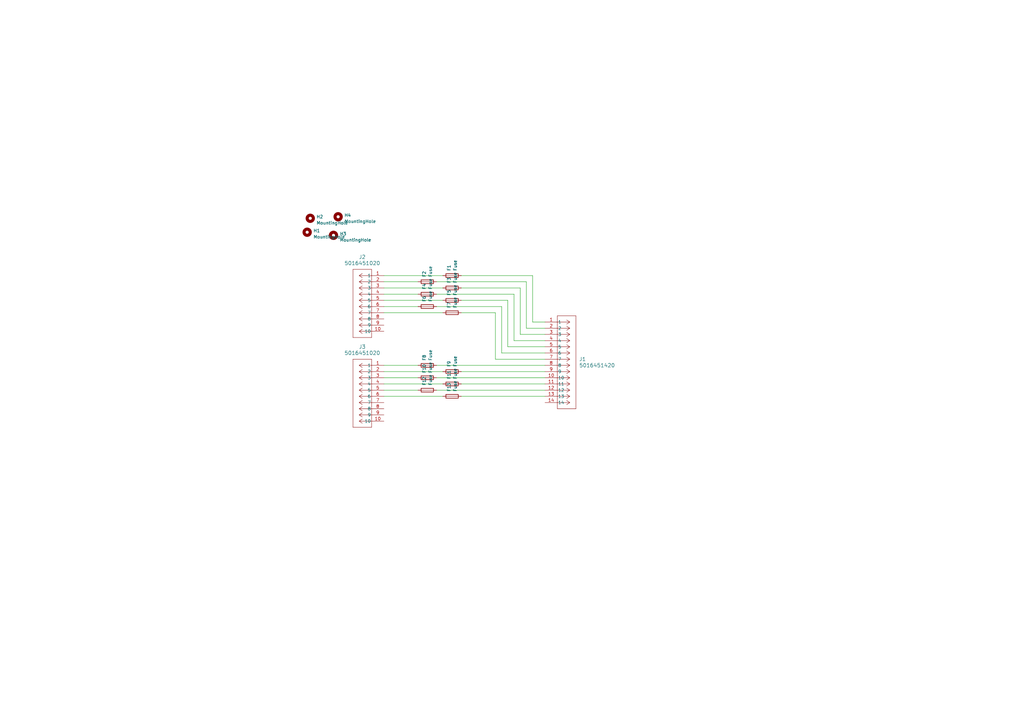
<source format=kicad_sch>
(kicad_sch (version 20250114) (generator "eeschema") (generator_version "9.0")
  (paper "A3")
  (title_block (title "Cell Tap Fuses PCB") (date "2023-03-23") (rev "0") (company "USC Formula Electric"))
  (lib_symbols
    (symbol "Device:Fuse" (pin_numbers (hide yes)) (pin_names (offset 0))
      (property "Reference" "F" (at 2.032 0 90))
      (property "Value" "Fuse" (at -1.905 0 90))
      (symbol "Fuse_0_1"
        (rectangle (start -0.762 -2.54) (end 0.762 2.54) (stroke (width 0.254)))
        (polyline (pts (xy 0 2.54) (xy 0 -2.54)))
      )
      (symbol "Fuse_1_1"
        (pin passive line (at 0 3.81 270) (length 1.27) (name "~") (number "1"))
        (pin passive line (at 0 -3.81 90) (length 1.27) (name "~") (number "2"))
      )
    )
    (symbol "Mechanical:MountingHole" (pin_names (offset 1.016))
      (property "Reference" "H" (at 0 5.08 0))
      (property "Value" "MountingHole" (at 0 3.175 0))
      (symbol "MountingHole_0_1"
        (circle (center 0 0) (radius 1.27) (stroke (width 1.27)))
      )
    )
    (symbol "iGrid_10pos:5016451020" (pin_names (offset 0.254))
      (property "Reference" "J" (at 8.89 6.35 0))
      (property "Value" "5016451020" (at 0 0 0))
      (symbol "5016451020_1_1"
        (polyline (pts (xy 5.08 2.54) (xy 5.08 -25.4)))
        (polyline (pts (xy 5.08 -25.4) (xy 12.7 -25.4)))
        (polyline (pts (xy 10.16 0) (xy 5.08 0)))
        (polyline (pts (xy 10.16 0) (xy 8.89 0.8467)))
        (polyline (pts (xy 10.16 0) (xy 8.89 -0.8467)))
        (polyline (pts (xy 10.16 -2.54) (xy 5.08 -2.54)))
        (polyline (pts (xy 10.16 -2.54) (xy 8.89 -1.6933)))
        (polyline (pts (xy 10.16 -2.54) (xy 8.89 -3.3867)))
        (polyline (pts (xy 10.16 -5.08) (xy 5.08 -5.08)))
        (polyline (pts (xy 10.16 -5.08) (xy 8.89 -4.2333)))
        (polyline (pts (xy 10.16 -5.08) (xy 8.89 -5.9267)))
        (polyline (pts (xy 10.16 -7.62) (xy 5.08 -7.62)))
        (polyline (pts (xy 10.16 -7.62) (xy 8.89 -6.7733)))
        (polyline (pts (xy 10.16 -7.62) (xy 8.89 -8.4667)))
        (polyline (pts (xy 10.16 -10.16) (xy 5.08 -10.16)))
        (polyline (pts (xy 10.16 -10.16) (xy 8.89 -9.3133)))
        (polyline (pts (xy 10.16 -10.16) (xy 8.89 -11.0067)))
        (polyline (pts (xy 10.16 -12.7) (xy 5.08 -12.7)))
        (polyline (pts (xy 10.16 -12.7) (xy 8.89 -11.8533)))
        (polyline (pts (xy 10.16 -12.7) (xy 8.89 -13.5467)))
        (polyline (pts (xy 10.16 -15.24) (xy 5.08 -15.24)))
        (polyline (pts (xy 10.16 -15.24) (xy 8.89 -14.3933)))
        (polyline (pts (xy 10.16 -15.24) (xy 8.89 -16.0867)))
        (polyline (pts (xy 10.16 -17.78) (xy 5.08 -17.78)))
        (polyline (pts (xy 10.16 -17.78) (xy 8.89 -16.9333)))
        (polyline (pts (xy 10.16 -17.78) (xy 8.89 -18.6267)))
        (polyline (pts (xy 10.16 -20.32) (xy 5.08 -20.32)))
        (polyline (pts (xy 10.16 -20.32) (xy 8.89 -19.4733)))
        (polyline (pts (xy 10.16 -20.32) (xy 8.89 -21.1667)))
        (polyline (pts (xy 10.16 -22.86) (xy 5.08 -22.86)))
        (polyline (pts (xy 10.16 -22.86) (xy 8.89 -22.0133)))
        (polyline (pts (xy 10.16 -22.86) (xy 8.89 -23.7067)))
        (polyline (pts (xy 12.7 2.54) (xy 5.08 2.54)))
        (polyline (pts (xy 12.7 -25.4) (xy 12.7 2.54)))
        (pin unspecified line (at 0 0 0) (length 5.08) (name "1") (number "1"))
        (pin unspecified line (at 0 -2.54 0) (length 5.08) (name "2") (number "2"))
        (pin unspecified line (at 0 -5.08 0) (length 5.08) (name "3") (number "3"))
        (pin unspecified line (at 0 -7.62 0) (length 5.08) (name "4") (number "4"))
        (pin unspecified line (at 0 -10.16 0) (length 5.08) (name "5") (number "5"))
        (pin unspecified line (at 0 -12.7 0) (length 5.08) (name "6") (number "6"))
        (pin unspecified line (at 0 -15.24 0) (length 5.08) (name "7") (number "7"))
        (pin unspecified line (at 0 -17.78 0) (length 5.08) (name "8") (number "8"))
        (pin unspecified line (at 0 -20.32 0) (length 5.08) (name "9") (number "9"))
        (pin unspecified line (at 0 -22.86 0) (length 5.08) (name "10") (number "10"))
      )
      (symbol "5016451020_1_2"
        (polyline (pts (xy 5.08 2.54) (xy 5.08 -25.4)))
        (polyline (pts (xy 5.08 -25.4) (xy 12.7 -25.4)))
        (polyline (pts (xy 7.62 0) (xy 5.08 0)))
        (polyline (pts (xy 7.62 0) (xy 8.89 0.8467)))
        (polyline (pts (xy 7.62 0) (xy 8.89 -0.8467)))
        (polyline (pts (xy 7.62 -2.54) (xy 5.08 -2.54)))
        (polyline (pts (xy 7.62 -2.54) (xy 8.89 -1.6933)))
        (polyline (pts (xy 7.62 -2.54) (xy 8.89 -3.3867)))
        (polyline (pts (xy 7.62 -5.08) (xy 5.08 -5.08)))
        (polyline (pts (xy 7.62 -5.08) (xy 8.89 -4.2333)))
        (polyline (pts (xy 7.62 -5.08) (xy 8.89 -5.9267)))
        (polyline (pts (xy 7.62 -7.62) (xy 5.08 -7.62)))
        (polyline (pts (xy 7.62 -7.62) (xy 8.89 -6.7733)))
        (polyline (pts (xy 7.62 -7.62) (xy 8.89 -8.4667)))
        (polyline (pts (xy 7.62 -10.16) (xy 5.08 -10.16)))
        (polyline (pts (xy 7.62 -10.16) (xy 8.89 -9.3133)))
        (polyline (pts (xy 7.62 -10.16) (xy 8.89 -11.0067)))
        (polyline (pts (xy 7.62 -12.7) (xy 5.08 -12.7)))
        (polyline (pts (xy 7.62 -12.7) (xy 8.89 -11.8533)))
        (polyline (pts (xy 7.62 -12.7) (xy 8.89 -13.5467)))
        (polyline (pts (xy 7.62 -15.24) (xy 5.08 -15.24)))
        (polyline (pts (xy 7.62 -15.24) (xy 8.89 -14.3933)))
        (polyline (pts (xy 7.62 -15.24) (xy 8.89 -16.0867)))
        (polyline (pts (xy 7.62 -17.78) (xy 5.08 -17.78)))
        (polyline (pts (xy 7.62 -17.78) (xy 8.89 -16.9333)))
        (polyline (pts (xy 7.62 -17.78) (xy 8.89 -18.6267)))
        (polyline (pts (xy 7.62 -20.32) (xy 5.08 -20.32)))
        (polyline (pts (xy 7.62 -20.32) (xy 8.89 -19.4733)))
        (polyline (pts (xy 7.62 -20.32) (xy 8.89 -21.1667)))
        (polyline (pts (xy 7.62 -22.86) (xy 5.08 -22.86)))
        (polyline (pts (xy 7.62 -22.86) (xy 8.89 -22.0133)))
        (polyline (pts (xy 7.62 -22.86) (xy 8.89 -23.7067)))
        (polyline (pts (xy 12.7 2.54) (xy 5.08 2.54)))
        (polyline (pts (xy 12.7 -25.4) (xy 12.7 2.54)))
        (pin unspecified line (at 0 0 0) (length 5.08) (name "1") (number "1"))
        (pin unspecified line (at 0 -2.54 0) (length 5.08) (name "2") (number "2"))
        (pin unspecified line (at 0 -5.08 0) (length 5.08) (name "3") (number "3"))
        (pin unspecified line (at 0 -7.62 0) (length 5.08) (name "4") (number "4"))
        (pin unspecified line (at 0 -10.16 0) (length 5.08) (name "5") (number "5"))
        (pin unspecified line (at 0 -12.7 0) (length 5.08) (name "6") (number "6"))
        (pin unspecified line (at 0 -15.24 0) (length 5.08) (name "7") (number "7"))
        (pin unspecified line (at 0 -17.78 0) (length 5.08) (name "8") (number "8"))
        (pin unspecified line (at 0 -20.32 0) (length 5.08) (name "9") (number "9"))
        (pin unspecified line (at 0 -22.86 0) (length 5.08) (name "10") (number "10"))
      )
    )
    (symbol "iGrid_14pos:5016451420" (pin_names (offset 0.254))
      (property "Reference" "J" (at 8.89 6.35 0))
      (property "Value" "5016451420" (at 0 0 0))
      (symbol "5016451420_1_1"
        (polyline (pts (xy 5.08 2.54) (xy 5.08 -35.56)))
        (polyline (pts (xy 5.08 -35.56) (xy 12.7 -35.56)))
        (polyline (pts (xy 10.16 0) (xy 5.08 0)))
        (polyline (pts (xy 10.16 0) (xy 8.89 0.8467)))
        (polyline (pts (xy 10.16 0) (xy 8.89 -0.8467)))
        (polyline (pts (xy 10.16 -2.54) (xy 5.08 -2.54)))
        (polyline (pts (xy 10.16 -2.54) (xy 8.89 -1.6933)))
        (polyline (pts (xy 10.16 -2.54) (xy 8.89 -3.3867)))
        (polyline (pts (xy 10.16 -5.08) (xy 5.08 -5.08)))
        (polyline (pts (xy 10.16 -5.08) (xy 8.89 -4.2333)))
        (polyline (pts (xy 10.16 -5.08) (xy 8.89 -5.9267)))
        (polyline (pts (xy 10.16 -7.62) (xy 5.08 -7.62)))
        (polyline (pts (xy 10.16 -7.62) (xy 8.89 -6.7733)))
        (polyline (pts (xy 10.16 -7.62) (xy 8.89 -8.4667)))
        (polyline (pts (xy 10.16 -10.16) (xy 5.08 -10.16)))
        (polyline (pts (xy 10.16 -10.16) (xy 8.89 -9.3133)))
        (polyline (pts (xy 10.16 -10.16) (xy 8.89 -11.0067)))
        (polyline (pts (xy 10.16 -12.7) (xy 5.08 -12.7)))
        (polyline (pts (xy 10.16 -12.7) (xy 8.89 -11.8533)))
        (polyline (pts (xy 10.16 -12.7) (xy 8.89 -13.5467)))
        (polyline (pts (xy 10.16 -15.24) (xy 5.08 -15.24)))
        (polyline (pts (xy 10.16 -15.24) (xy 8.89 -14.3933)))
        (polyline (pts (xy 10.16 -15.24) (xy 8.89 -16.0867)))
        (polyline (pts (xy 10.16 -17.78) (xy 5.08 -17.78)))
        (polyline (pts (xy 10.16 -17.78) (xy 8.89 -16.9333)))
        (polyline (pts (xy 10.16 -17.78) (xy 8.89 -18.6267)))
        (polyline (pts (xy 10.16 -20.32) (xy 5.08 -20.32)))
        (polyline (pts (xy 10.16 -20.32) (xy 8.89 -19.4733)))
        (polyline (pts (xy 10.16 -20.32) (xy 8.89 -21.1667)))
        (polyline (pts (xy 10.16 -22.86) (xy 5.08 -22.86)))
        (polyline (pts (xy 10.16 -22.86) (xy 8.89 -22.0133)))
        (polyline (pts (xy 10.16 -22.86) (xy 8.89 -23.7067)))
        (polyline (pts (xy 10.16 -25.4) (xy 5.08 -25.4)))
        (polyline (pts (xy 10.16 -25.4) (xy 8.89 -24.5533)))
        (polyline (pts (xy 10.16 -25.4) (xy 8.89 -26.2467)))
        (polyline (pts (xy 10.16 -27.94) (xy 5.08 -27.94)))
        (polyline (pts (xy 10.16 -27.94) (xy 8.89 -27.0933)))
        (polyline (pts (xy 10.16 -27.94) (xy 8.89 -28.7867)))
        (polyline (pts (xy 10.16 -30.48) (xy 5.08 -30.48)))
        (polyline (pts (xy 10.16 -30.48) (xy 8.89 -29.6333)))
        (polyline (pts (xy 10.16 -30.48) (xy 8.89 -31.3267)))
        (polyline (pts (xy 10.16 -33.02) (xy 5.08 -33.02)))
        (polyline (pts (xy 10.16 -33.02) (xy 8.89 -32.1733)))
        (polyline (pts (xy 10.16 -33.02) (xy 8.89 -33.8667)))
        (polyline (pts (xy 12.7 2.54) (xy 5.08 2.54)))
        (polyline (pts (xy 12.7 -35.56) (xy 12.7 2.54)))
        (pin unspecified line (at 0 0 0) (length 5.08) (name "1") (number "1"))
        (pin unspecified line (at 0 -2.54 0) (length 5.08) (name "2") (number "2"))
        (pin unspecified line (at 0 -5.08 0) (length 5.08) (name "3") (number "3"))
        (pin unspecified line (at 0 -7.62 0) (length 5.08) (name "4") (number "4"))
        (pin unspecified line (at 0 -10.16 0) (length 5.08) (name "5") (number "5"))
        (pin unspecified line (at 0 -12.7 0) (length 5.08) (name "6") (number "6"))
        (pin unspecified line (at 0 -15.24 0) (length 5.08) (name "7") (number "7"))
        (pin unspecified line (at 0 -17.78 0) (length 5.08) (name "8") (number "8"))
        (pin unspecified line (at 0 -20.32 0) (length 5.08) (name "9") (number "9"))
        (pin unspecified line (at 0 -22.86 0) (length 5.08) (name "10") (number "10"))
        (pin unspecified line (at 0 -25.4 0) (length 5.08) (name "11") (number "11"))
        (pin unspecified line (at 0 -27.94 0) (length 5.08) (name "12") (number "12"))
        (pin unspecified line (at 0 -30.48 0) (length 5.08) (name "13") (number "13"))
        (pin unspecified line (at 0 -33.02 0) (length 5.08) (name "14") (number "14"))
      )
      (symbol "5016451420_1_2"
        (polyline (pts (xy 5.08 2.54) (xy 5.08 -35.56)))
        (polyline (pts (xy 5.08 -35.56) (xy 12.7 -35.56)))
        (polyline (pts (xy 7.62 0) (xy 5.08 0)))
        (polyline (pts (xy 7.62 0) (xy 8.89 0.8467)))
        (polyline (pts (xy 7.62 0) (xy 8.89 -0.8467)))
        (polyline (pts (xy 7.62 -2.54) (xy 5.08 -2.54)))
        (polyline (pts (xy 7.62 -2.54) (xy 8.89 -1.6933)))
        (polyline (pts (xy 7.62 -2.54) (xy 8.89 -3.3867)))
        (polyline (pts (xy 7.62 -5.08) (xy 5.08 -5.08)))
        (polyline (pts (xy 7.62 -5.08) (xy 8.89 -4.2333)))
        (polyline (pts (xy 7.62 -5.08) (xy 8.89 -5.9267)))
        (polyline (pts (xy 7.62 -7.62) (xy 5.08 -7.62)))
        (polyline (pts (xy 7.62 -7.62) (xy 8.89 -6.7733)))
        (polyline (pts (xy 7.62 -7.62) (xy 8.89 -8.4667)))
        (polyline (pts (xy 7.62 -10.16) (xy 5.08 -10.16)))
        (polyline (pts (xy 7.62 -10.16) (xy 8.89 -9.3133)))
        (polyline (pts (xy 7.62 -10.16) (xy 8.89 -11.0067)))
        (polyline (pts (xy 7.62 -12.7) (xy 5.08 -12.7)))
        (polyline (pts (xy 7.62 -12.7) (xy 8.89 -11.8533)))
        (polyline (pts (xy 7.62 -12.7) (xy 8.89 -13.5467)))
        (polyline (pts (xy 7.62 -15.24) (xy 5.08 -15.24)))
        (polyline (pts (xy 7.62 -15.24) (xy 8.89 -14.3933)))
        (polyline (pts (xy 7.62 -15.24) (xy 8.89 -16.0867)))
        (polyline (pts (xy 7.62 -17.78) (xy 5.08 -17.78)))
        (polyline (pts (xy 7.62 -17.78) (xy 8.89 -16.9333)))
        (polyline (pts (xy 7.62 -17.78) (xy 8.89 -18.6267)))
        (polyline (pts (xy 7.62 -20.32) (xy 5.08 -20.32)))
        (polyline (pts (xy 7.62 -20.32) (xy 8.89 -19.4733)))
        (polyline (pts (xy 7.62 -20.32) (xy 8.89 -21.1667)))
        (polyline (pts (xy 7.62 -22.86) (xy 5.08 -22.86)))
        (polyline (pts (xy 7.62 -22.86) (xy 8.89 -22.0133)))
        (polyline (pts (xy 7.62 -22.86) (xy 8.89 -23.7067)))
        (polyline (pts (xy 7.62 -25.4) (xy 5.08 -25.4)))
        (polyline (pts (xy 7.62 -25.4) (xy 8.89 -24.5533)))
        (polyline (pts (xy 7.62 -25.4) (xy 8.89 -26.2467)))
        (polyline (pts (xy 7.62 -27.94) (xy 5.08 -27.94)))
        (polyline (pts (xy 7.62 -27.94) (xy 8.89 -27.0933)))
        (polyline (pts (xy 7.62 -27.94) (xy 8.89 -28.7867)))
        (polyline (pts (xy 7.62 -30.48) (xy 5.08 -30.48)))
        (polyline (pts (xy 7.62 -30.48) (xy 8.89 -29.6333)))
        (polyline (pts (xy 7.62 -30.48) (xy 8.89 -31.3267)))
        (polyline (pts (xy 7.62 -33.02) (xy 5.08 -33.02)))
        (polyline (pts (xy 7.62 -33.02) (xy 8.89 -32.1733)))
        (polyline (pts (xy 7.62 -33.02) (xy 8.89 -33.8667)))
        (polyline (pts (xy 12.7 2.54) (xy 5.08 2.54)))
        (polyline (pts (xy 12.7 -35.56) (xy 12.7 2.54)))
        (pin unspecified line (at 0 0 0) (length 5.08) (name "1") (number "1"))
        (pin unspecified line (at 0 -2.54 0) (length 5.08) (name "2") (number "2"))
        (pin unspecified line (at 0 -5.08 0) (length 5.08) (name "3") (number "3"))
        (pin unspecified line (at 0 -7.62 0) (length 5.08) (name "4") (number "4"))
        (pin unspecified line (at 0 -10.16 0) (length 5.08) (name "5") (number "5"))
        (pin unspecified line (at 0 -12.7 0) (length 5.08) (name "6") (number "6"))
        (pin unspecified line (at 0 -15.24 0) (length 5.08) (name "7") (number "7"))
        (pin unspecified line (at 0 -17.78 0) (length 5.08) (name "8") (number "8"))
        (pin unspecified line (at 0 -20.32 0) (length 5.08) (name "9") (number "9"))
        (pin unspecified line (at 0 -22.86 0) (length 5.08) (name "10") (number "10"))
        (pin unspecified line (at 0 -25.4 0) (length 5.08) (name "11") (number "11"))
        (pin unspecified line (at 0 -27.94 0) (length 5.08) (name "12") (number "12"))
        (pin unspecified line (at 0 -30.48 0) (length 5.08) (name "13") (number "13"))
        (pin unspecified line (at 0 -33.02 0) (length 5.08) (name "14") (number "14"))
      )
    )
  )
  (wire (pts (xy 157.48 128.27) (xy 181.61 128.27)))
  (wire (pts (xy 157.48 115.57) (xy 171.45 115.57)))
  (wire (pts (xy 157.48 160.02) (xy 171.45 160.02)))
  (wire (pts (xy 189.23 113.03) (xy 218.44 113.03)))
  (wire (pts (xy 157.48 152.4) (xy 181.61 152.4)))
  (wire (pts (xy 223.52 132.08) (xy 218.44 132.08)))
  (wire (pts (xy 210.82 120.65) (xy 210.82 139.7)))
  (wire (pts (xy 189.23 118.11) (xy 213.36 118.11)))
  (wire (pts (xy 189.23 123.19) (xy 208.28 123.19)))
  (wire (pts (xy 179.07 120.65) (xy 210.82 120.65)))
  (wire (pts (xy 215.9 115.57) (xy 215.9 134.62)))
  (wire (pts (xy 205.74 144.78) (xy 205.74 125.73)))
  (wire (pts (xy 218.44 132.08) (xy 218.44 113.03)))
  (wire (pts (xy 157.48 118.11) (xy 181.61 118.11)))
  (wire (pts (xy 203.2 128.27) (xy 203.2 147.32)))
  (wire (pts (xy 223.52 144.78) (xy 205.74 144.78)))
  (wire (pts (xy 215.9 134.62) (xy 223.52 134.62)))
  (wire (pts (xy 157.48 123.19) (xy 181.61 123.19)))
  (wire (pts (xy 157.48 149.86) (xy 171.45 149.86)))
  (wire (pts (xy 157.48 125.73) (xy 171.45 125.73)))
  (wire (pts (xy 179.07 125.73) (xy 205.74 125.73)))
  (wire (pts (xy 189.23 152.4) (xy 223.52 152.4)))
  (wire (pts (xy 157.48 154.94) (xy 171.45 154.94)))
  (wire (pts (xy 223.52 137.16) (xy 213.36 137.16)))
  (wire (pts (xy 203.2 147.32) (xy 223.52 147.32)))
  (wire (pts (xy 213.36 137.16) (xy 213.36 118.11)))
  (wire (pts (xy 179.07 154.94) (xy 223.52 154.94)))
  (wire (pts (xy 210.82 139.7) (xy 223.52 139.7)))
  (wire (pts (xy 157.48 113.03) (xy 181.61 113.03)))
  (wire (pts (xy 189.23 157.48) (xy 223.52 157.48)))
  (wire (pts (xy 157.48 120.65) (xy 171.45 120.65)))
  (wire (pts (xy 189.23 162.56) (xy 223.52 162.56)))
  (wire (pts (xy 179.07 149.86) (xy 223.52 149.86)))
  (wire (pts (xy 179.07 115.57) (xy 215.9 115.57)))
  (wire (pts (xy 179.07 160.02) (xy 223.52 160.02)))
  (wire (pts (xy 208.28 142.24) (xy 208.28 123.19)))
  (wire (pts (xy 223.52 142.24) (xy 208.28 142.24)))
  (wire (pts (xy 157.48 157.48) (xy 181.61 157.48)))
  (wire (pts (xy 157.48 162.56) (xy 181.61 162.56)))
  (wire (pts (xy 189.23 128.27) (xy 203.2 128.27)))
  (symbol (lib_id "Device:Fuse") (at 185.42 157.48 90) (unit 1)
    (property "Reference" "F11" (at 184.15 155.575 0) (effects (justify left)))
    (property "Value" "Fuse" (at 186.69 155.575 0) (effects (justify left)))
    (property "Footprint" "BK_PCS:FUSE_BK_PCS" (effects (hide yes)))
  )
  (symbol (lib_id "Device:Fuse") (at 175.26 160.02 90) (unit 1)
    (property "Reference" "F12" (at 173.99 158.115 0) (effects (justify left)))
    (property "Value" "Fuse" (at 176.53 158.115 0) (effects (justify left)))
    (property "Footprint" "BK_PCS:FUSE_BK_PCS" (effects (hide yes)))
  )
  (symbol (lib_id "Device:Fuse") (at 185.42 118.11 90) (unit 1)
    (property "Reference" "F3" (at 184.15 116.205 0) (effects (justify left)))
    (property "Value" "Fuse" (at 186.69 116.205 0) (effects (justify left)))
    (property "Footprint" "BK_PCS:FUSE_BK_PCS" (effects (hide yes)))
  )
  (symbol (lib_id "Device:Fuse") (at 175.26 125.73 90) (unit 1)
    (property "Reference" "F6" (at 173.99 123.825 0) (effects (justify left)))
    (property "Value" "Fuse" (at 176.53 123.825 0) (effects (justify left)))
    (property "Footprint" "BK_PCS:FUSE_BK_PCS" (effects (hide yes)))
  )
  (symbol (lib_id "Device:Fuse") (at 175.26 115.57 90) (unit 1)
    (property "Reference" "F2" (at 173.99 113.665 0) (effects (justify left)))
    (property "Value" "Fuse" (at 176.53 113.665 0) (effects (justify left)))
    (property "Footprint" "BK_PCS:FUSE_BK_PCS" (effects (hide yes)))
  )
  (symbol (lib_id "Device:Fuse") (at 185.42 123.19 90) (unit 1)
    (property "Reference" "F5" (at 184.15 121.285 0) (effects (justify left)))
    (property "Value" "Fuse" (at 186.69 121.285 0) (effects (justify left)))
    (property "Footprint" "BK_PCS:FUSE_BK_PCS" (effects (hide yes)))
  )
  (symbol (lib_id "Device:Fuse") (at 185.42 128.27 90) (unit 1)
    (property "Reference" "F7" (at 184.15 126.365 0) (effects (justify left)))
    (property "Value" "Fuse" (at 186.69 126.365 0) (effects (justify left)))
    (property "Footprint" "BK_PCS:FUSE_BK_PCS" (effects (hide yes)))
  )
  (symbol (lib_id "Mechanical:MountingHole") (at 138.684 88.9 0) (unit 1)
    (property "Reference" "H4" (at 141.224 88.265 0) (effects (justify left)))
    (property "Value" "MountingHole" (at 141.224 90.805 0) (effects (justify left)))
    (property "Footprint" "MountingHole:MountingHole_4.3mm_M4" (effects (hide yes)))
  )
  (symbol (lib_id "iGrid_14pos:5016451420") (at 223.52 132.08 0) (unit 1)
    (property "Reference" "J1" (at 237.49 147.3199 0) (effects (font (size 1.524 1.524)) (justify left)))
    (property "Value" "5016451420" (at 237.49 149.8599 0) (effects (font (size 1.524 1.524)) (justify left)))
    (property "Footprint" "CONN14_5016451420_MOL" (effects (hide yes)))
    (property "Datasheet" "5016451420" (effects (hide yes)))
  )
  (symbol (lib_id "Device:Fuse") (at 175.26 154.94 90) (unit 1)
    (property "Reference" "F10" (at 173.99 153.035 0) (effects (justify left)))
    (property "Value" "Fuse" (at 176.53 153.035 0) (effects (justify left)))
    (property "Footprint" "BK_PCS:FUSE_BK_PCS" (effects (hide yes)))
  )
  (symbol (lib_id "Device:Fuse") (at 185.42 162.56 90) (unit 1)
    (property "Reference" "F13" (at 184.15 160.655 0) (effects (justify left)))
    (property "Value" "Fuse" (at 186.69 160.655 0) (effects (justify left)))
    (property "Footprint" "BK_PCS:FUSE_BK_PCS" (effects (hide yes)))
  )
  (symbol (lib_id "Device:Fuse") (at 185.42 113.03 90) (unit 1)
    (property "Reference" "F1" (at 184.15 111.125 0) (effects (justify left)))
    (property "Value" "Fuse" (at 186.69 111.125 0) (effects (justify left)))
    (property "Footprint" "BK_PCS:FUSE_BK_PCS" (effects (hide yes)))
  )
  (symbol (lib_id "iGrid_10pos:5016451020") (at 157.48 113.03 0) (mirror y) (unit 1)
    (property "Reference" "J2" (at 148.59 105.41 0) (effects (font (size 1.524 1.524))))
    (property "Value" "5016451020" (at 148.59 107.95 0) (effects (font (size 1.524 1.524))))
    (property "Footprint" "CONN10_5016451020_MOL" (effects (hide yes)))
    (property "Datasheet" "5016451020" (effects (hide yes)))
  )
  (symbol (lib_id "Mechanical:MountingHole") (at 136.779 96.52 0) (unit 1)
    (property "Reference" "H3" (at 139.319 95.885 0) (effects (justify left)))
    (property "Value" "MountingHole" (at 139.319 98.425 0) (effects (justify left)))
    (property "Footprint" "MountingHole:MountingHole_4.3mm_M4" (effects (hide yes)))
  )
  (symbol (lib_id "Mechanical:MountingHole") (at 127.254 89.535 0) (unit 1)
    (property "Reference" "H2" (at 129.794 88.9 0) (effects (justify left)))
    (property "Value" "MountingHole" (at 129.794 91.44 0) (effects (justify left)))
    (property "Footprint" "MountingHole:MountingHole_4.3mm_M4" (effects (hide yes)))
  )
  (symbol (lib_id "Mechanical:MountingHole") (at 125.984 95.25 0) (unit 1)
    (property "Reference" "H1" (at 128.524 94.615 0) (effects (justify left)))
    (property "Value" "MountingHole" (at 128.524 97.155 0) (effects (justify left)))
    (property "Footprint" "MountingHole:MountingHole_4.3mm_M4" (effects (hide yes)))
  )
  (symbol (lib_id "Device:Fuse") (at 185.42 152.4 90) (unit 1)
    (property "Reference" "F9" (at 184.15 150.495 0) (effects (justify left)))
    (property "Value" "Fuse" (at 186.69 150.495 0) (effects (justify left)))
    (property "Footprint" "BK_PCS:FUSE_BK_PCS" (effects (hide yes)))
  )
  (symbol (lib_id "Device:Fuse") (at 175.26 120.65 90) (unit 1)
    (property "Reference" "F4" (at 173.99 118.745 0) (effects (justify left)))
    (property "Value" "Fuse" (at 176.53 118.745 0) (effects (justify left)))
    (property "Footprint" "BK_PCS:FUSE_BK_PCS" (effects (hide yes)))
  )
  (symbol (lib_id "iGrid_10pos:5016451020") (at 157.48 149.86 0) (mirror y) (unit 1)
    (property "Reference" "J3" (at 148.59 142.24 0) (effects (font (size 1.524 1.524))))
    (property "Value" "5016451020" (at 148.59 144.78 0) (effects (font (size 1.524 1.524))))
    (property "Footprint" "CONN10_5016451020_MOL" (effects (hide yes)))
    (property "Datasheet" "5016451020" (effects (hide yes)))
  )
  (symbol (lib_id "Device:Fuse") (at 175.26 149.86 90) (unit 1)
    (property "Reference" "F8" (at 173.99 147.955 0) (effects (justify left)))
    (property "Value" "Fuse" (at 176.53 147.955 0) (effects (justify left)))
    (property "Footprint" "BK_PCS:FUSE_BK_PCS" (effects (hide yes)))
  )
)
</source>
